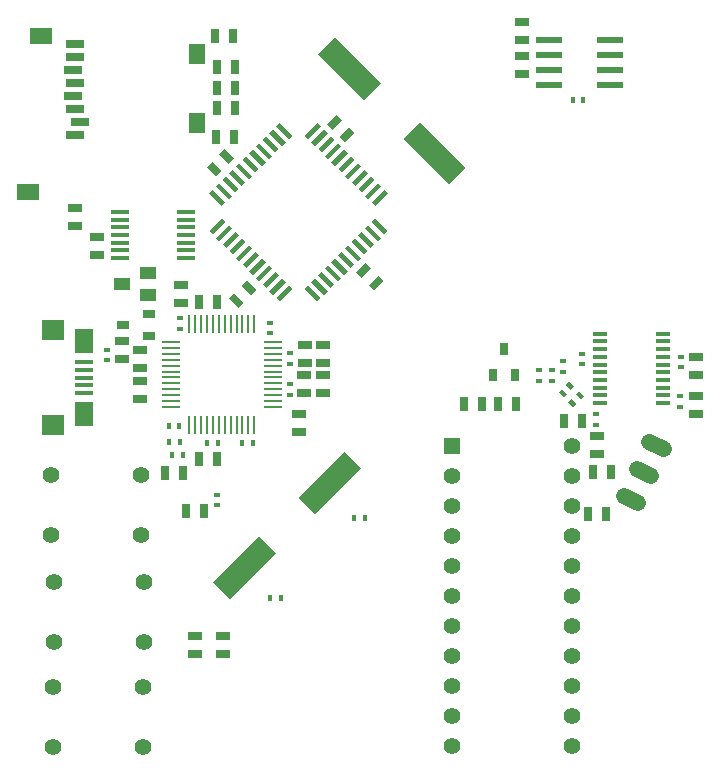
<source format=gts>
G04 (created by PCBNEW (2013-07-07 BZR 4022)-stable) date 6/4/2014 12:52:27 AM*
%MOIN*%
G04 Gerber Fmt 3.4, Leading zero omitted, Abs format*
%FSLAX34Y34*%
G01*
G70*
G90*
G04 APERTURE LIST*
%ADD10C,0.00590551*%
%ADD11R,0.061X0.0138*%
%ADD12R,0.05X0.016*%
%ADD13R,0.0394X0.0315*%
%ADD14R,0.045X0.025*%
%ADD15R,0.025X0.045*%
%ADD16R,0.0591X0.0295*%
%ADD17R,0.0748X0.0551*%
%ADD18R,0.0551X0.0709*%
%ADD19R,0.0551X0.0393*%
%ADD20R,0.0866X0.0236*%
%ADD21R,0.059X0.0098*%
%ADD22R,0.0098X0.059*%
%ADD23R,0.055X0.055*%
%ADD24C,0.055*%
%ADD25R,0.0236X0.0157*%
%ADD26R,0.0157X0.0236*%
%ADD27R,0.0315X0.0394*%
%ADD28C,0.052*%
%ADD29R,0.063X0.0157*%
%ADD30R,0.063X0.0827*%
%ADD31R,0.0748X0.0709*%
G04 APERTURE END LIST*
G54D10*
G54D11*
X35112Y-40838D03*
X35112Y-40582D03*
X35112Y-40326D03*
X35112Y-40070D03*
X35112Y-39814D03*
X35112Y-39558D03*
X35112Y-39302D03*
X32908Y-39302D03*
X32908Y-39558D03*
X32908Y-39814D03*
X32908Y-40070D03*
X32908Y-40326D03*
X32908Y-40582D03*
X32908Y-40838D03*
G54D10*
G36*
X37414Y-37982D02*
X36990Y-37558D01*
X37103Y-37445D01*
X37527Y-37869D01*
X37414Y-37982D01*
X37414Y-37982D01*
G37*
G36*
X37191Y-38205D02*
X36767Y-37781D01*
X36880Y-37668D01*
X37304Y-38092D01*
X37191Y-38205D01*
X37191Y-38205D01*
G37*
G36*
X36969Y-38428D02*
X36544Y-38003D01*
X36657Y-37890D01*
X37082Y-38315D01*
X36969Y-38428D01*
X36969Y-38428D01*
G37*
G36*
X36746Y-38650D02*
X36322Y-38226D01*
X36435Y-38113D01*
X36859Y-38537D01*
X36746Y-38650D01*
X36746Y-38650D01*
G37*
G36*
X36523Y-38873D02*
X36099Y-38449D01*
X36212Y-38336D01*
X36636Y-38760D01*
X36523Y-38873D01*
X36523Y-38873D01*
G37*
G36*
X36300Y-39096D02*
X35876Y-38672D01*
X35989Y-38559D01*
X36414Y-38983D01*
X36300Y-39096D01*
X36300Y-39096D01*
G37*
G36*
X37637Y-37759D02*
X37213Y-37335D01*
X37326Y-37222D01*
X37750Y-37646D01*
X37637Y-37759D01*
X37637Y-37759D01*
G37*
G36*
X37860Y-37537D02*
X37435Y-37112D01*
X37548Y-36999D01*
X37973Y-37424D01*
X37860Y-37537D01*
X37860Y-37537D01*
G37*
G36*
X38082Y-37314D02*
X37658Y-36890D01*
X37771Y-36777D01*
X38195Y-37201D01*
X38082Y-37314D01*
X38082Y-37314D01*
G37*
G36*
X38305Y-37091D02*
X37881Y-36667D01*
X37994Y-36554D01*
X38418Y-36978D01*
X38305Y-37091D01*
X38305Y-37091D01*
G37*
G36*
X38528Y-36869D02*
X38104Y-36444D01*
X38217Y-36331D01*
X38641Y-36755D01*
X38528Y-36869D01*
X38528Y-36869D01*
G37*
G36*
X40596Y-41164D02*
X40172Y-40740D01*
X40285Y-40627D01*
X40709Y-41051D01*
X40596Y-41164D01*
X40596Y-41164D01*
G37*
G36*
X40373Y-41387D02*
X39949Y-40963D01*
X40062Y-40850D01*
X40486Y-41274D01*
X40373Y-41387D01*
X40373Y-41387D01*
G37*
G36*
X40151Y-41610D02*
X39726Y-41185D01*
X39839Y-41072D01*
X40264Y-41497D01*
X40151Y-41610D01*
X40151Y-41610D01*
G37*
G36*
X39928Y-41832D02*
X39504Y-41408D01*
X39617Y-41295D01*
X40041Y-41719D01*
X39928Y-41832D01*
X39928Y-41832D01*
G37*
G36*
X39705Y-42055D02*
X39281Y-41631D01*
X39394Y-41518D01*
X39818Y-41942D01*
X39705Y-42055D01*
X39705Y-42055D01*
G37*
G36*
X39482Y-42278D02*
X39058Y-41854D01*
X39171Y-41740D01*
X39595Y-42165D01*
X39482Y-42278D01*
X39482Y-42278D01*
G37*
G36*
X40819Y-40941D02*
X40395Y-40517D01*
X40508Y-40404D01*
X40932Y-40828D01*
X40819Y-40941D01*
X40819Y-40941D01*
G37*
G36*
X41042Y-40719D02*
X40617Y-40294D01*
X40730Y-40181D01*
X41155Y-40606D01*
X41042Y-40719D01*
X41042Y-40719D01*
G37*
G36*
X41264Y-40496D02*
X40840Y-40072D01*
X40953Y-39959D01*
X41377Y-40383D01*
X41264Y-40496D01*
X41264Y-40496D01*
G37*
G36*
X41487Y-40273D02*
X41063Y-39849D01*
X41176Y-39736D01*
X41600Y-40160D01*
X41487Y-40273D01*
X41487Y-40273D01*
G37*
G36*
X41710Y-40050D02*
X41285Y-39626D01*
X41399Y-39513D01*
X41823Y-39937D01*
X41710Y-40050D01*
X41710Y-40050D01*
G37*
G36*
X37103Y-41164D02*
X36990Y-41051D01*
X37414Y-40627D01*
X37527Y-40740D01*
X37103Y-41164D01*
X37103Y-41164D01*
G37*
G36*
X40285Y-37982D02*
X40172Y-37869D01*
X40596Y-37445D01*
X40709Y-37558D01*
X40285Y-37982D01*
X40285Y-37982D01*
G37*
G36*
X37326Y-41387D02*
X37213Y-41274D01*
X37637Y-40850D01*
X37750Y-40963D01*
X37326Y-41387D01*
X37326Y-41387D01*
G37*
G36*
X40508Y-38205D02*
X40395Y-38092D01*
X40819Y-37668D01*
X40932Y-37781D01*
X40508Y-38205D01*
X40508Y-38205D01*
G37*
G36*
X40730Y-38428D02*
X40617Y-38315D01*
X41042Y-37890D01*
X41155Y-38003D01*
X40730Y-38428D01*
X40730Y-38428D01*
G37*
G36*
X37548Y-41610D02*
X37435Y-41497D01*
X37860Y-41072D01*
X37973Y-41185D01*
X37548Y-41610D01*
X37548Y-41610D01*
G37*
G36*
X37771Y-41832D02*
X37658Y-41719D01*
X38082Y-41295D01*
X38195Y-41408D01*
X37771Y-41832D01*
X37771Y-41832D01*
G37*
G36*
X40953Y-38650D02*
X40840Y-38537D01*
X41264Y-38113D01*
X41377Y-38226D01*
X40953Y-38650D01*
X40953Y-38650D01*
G37*
G36*
X41176Y-38873D02*
X41063Y-38760D01*
X41487Y-38336D01*
X41600Y-38449D01*
X41176Y-38873D01*
X41176Y-38873D01*
G37*
G36*
X37994Y-42055D02*
X37881Y-41942D01*
X38305Y-41518D01*
X38418Y-41631D01*
X37994Y-42055D01*
X37994Y-42055D01*
G37*
G36*
X38217Y-42278D02*
X38104Y-42165D01*
X38528Y-41740D01*
X38641Y-41854D01*
X38217Y-42278D01*
X38217Y-42278D01*
G37*
G36*
X41399Y-39096D02*
X41285Y-38983D01*
X41710Y-38559D01*
X41823Y-38672D01*
X41399Y-39096D01*
X41399Y-39096D01*
G37*
G36*
X40062Y-37759D02*
X39949Y-37646D01*
X40373Y-37222D01*
X40486Y-37335D01*
X40062Y-37759D01*
X40062Y-37759D01*
G37*
G36*
X36880Y-40941D02*
X36767Y-40828D01*
X37191Y-40404D01*
X37304Y-40517D01*
X36880Y-40941D01*
X36880Y-40941D01*
G37*
G36*
X36657Y-40719D02*
X36544Y-40606D01*
X36969Y-40181D01*
X37082Y-40294D01*
X36657Y-40719D01*
X36657Y-40719D01*
G37*
G36*
X39839Y-37537D02*
X39726Y-37424D01*
X40151Y-36999D01*
X40264Y-37112D01*
X39839Y-37537D01*
X39839Y-37537D01*
G37*
G36*
X39617Y-37314D02*
X39504Y-37201D01*
X39928Y-36777D01*
X40041Y-36890D01*
X39617Y-37314D01*
X39617Y-37314D01*
G37*
G36*
X36435Y-40496D02*
X36322Y-40383D01*
X36746Y-39959D01*
X36859Y-40072D01*
X36435Y-40496D01*
X36435Y-40496D01*
G37*
G36*
X36212Y-40273D02*
X36099Y-40160D01*
X36523Y-39736D01*
X36636Y-39849D01*
X36212Y-40273D01*
X36212Y-40273D01*
G37*
G36*
X39394Y-37091D02*
X39281Y-36978D01*
X39705Y-36554D01*
X39818Y-36667D01*
X39394Y-37091D01*
X39394Y-37091D01*
G37*
G36*
X39171Y-36869D02*
X39058Y-36755D01*
X39482Y-36331D01*
X39595Y-36444D01*
X39171Y-36869D01*
X39171Y-36869D01*
G37*
G36*
X35989Y-40050D02*
X35876Y-39937D01*
X36300Y-39513D01*
X36414Y-39626D01*
X35989Y-40050D01*
X35989Y-40050D01*
G37*
G54D12*
X51010Y-45666D03*
X51010Y-45416D03*
X51010Y-45156D03*
X51010Y-44896D03*
X51010Y-44646D03*
X51010Y-44386D03*
X51010Y-44126D03*
X51010Y-43876D03*
X51010Y-43616D03*
X51010Y-43366D03*
X48910Y-43366D03*
X48910Y-43616D03*
X48910Y-43876D03*
X48910Y-44126D03*
X48910Y-44386D03*
X48910Y-44646D03*
X48910Y-44896D03*
X48910Y-45156D03*
X48910Y-45416D03*
X48910Y-45666D03*
G54D13*
X33007Y-43064D03*
X33873Y-42689D03*
X33873Y-43439D03*
G54D14*
X36340Y-53420D03*
X36340Y-54020D03*
X46291Y-33565D03*
X46291Y-32965D03*
G54D15*
X35084Y-49276D03*
X35684Y-49276D03*
G54D14*
X46287Y-34103D03*
X46287Y-34703D03*
X34924Y-41730D03*
X34924Y-42330D03*
X35400Y-53420D03*
X35400Y-54020D03*
G54D15*
X36730Y-35160D03*
X36130Y-35160D03*
X36120Y-34460D03*
X36720Y-34460D03*
X36672Y-33446D03*
X36072Y-33446D03*
X36720Y-35850D03*
X36120Y-35850D03*
X36686Y-36814D03*
X36086Y-36814D03*
G54D14*
X31410Y-39766D03*
X31410Y-39166D03*
X38870Y-46042D03*
X38870Y-46642D03*
X32130Y-40128D03*
X32130Y-40728D03*
G54D10*
G36*
X40778Y-41316D02*
X41096Y-40998D01*
X41273Y-41175D01*
X40955Y-41493D01*
X40778Y-41316D01*
X40778Y-41316D01*
G37*
G36*
X41202Y-41740D02*
X41520Y-41422D01*
X41697Y-41599D01*
X41379Y-41917D01*
X41202Y-41740D01*
X41202Y-41740D01*
G37*
G36*
X40719Y-36661D02*
X40401Y-36979D01*
X40224Y-36802D01*
X40542Y-36484D01*
X40719Y-36661D01*
X40719Y-36661D01*
G37*
G36*
X40295Y-36237D02*
X39977Y-36555D01*
X39800Y-36378D01*
X40118Y-36060D01*
X40295Y-36237D01*
X40295Y-36237D01*
G37*
G36*
X36389Y-37196D02*
X36707Y-37514D01*
X36530Y-37691D01*
X36212Y-37373D01*
X36389Y-37196D01*
X36389Y-37196D01*
G37*
G36*
X35965Y-37620D02*
X36283Y-37938D01*
X36106Y-38115D01*
X35788Y-37797D01*
X35965Y-37620D01*
X35965Y-37620D01*
G37*
G54D15*
X46084Y-45694D03*
X45484Y-45694D03*
G54D14*
X52084Y-45430D03*
X52084Y-46030D03*
X52100Y-44122D03*
X52100Y-44722D03*
G54D15*
X36118Y-42290D03*
X35518Y-42290D03*
X34986Y-48010D03*
X34386Y-48010D03*
G54D14*
X39044Y-45344D03*
X39044Y-44744D03*
X39058Y-44323D03*
X39058Y-43723D03*
G54D15*
X35528Y-47530D03*
X36128Y-47530D03*
G54D10*
G36*
X37131Y-41580D02*
X37449Y-41898D01*
X37272Y-42075D01*
X36954Y-41757D01*
X37131Y-41580D01*
X37131Y-41580D01*
G37*
G36*
X36707Y-42004D02*
X37025Y-42322D01*
X36848Y-42499D01*
X36530Y-42181D01*
X36707Y-42004D01*
X36707Y-42004D01*
G37*
G54D14*
X33562Y-45530D03*
X33562Y-44930D03*
X33562Y-43908D03*
X33562Y-44508D03*
X32958Y-44202D03*
X32958Y-43602D03*
X39678Y-44752D03*
X39678Y-45352D03*
X39682Y-43724D03*
X39682Y-44324D03*
G54D16*
X31400Y-34142D03*
X31400Y-33709D03*
X31321Y-34575D03*
X31400Y-35008D03*
X31400Y-36740D03*
X31557Y-36307D03*
X31400Y-35874D03*
X31321Y-35441D03*
G54D17*
X30278Y-33433D03*
X29845Y-38649D03*
G54D18*
X35455Y-34043D03*
X35455Y-36327D03*
G54D19*
X33845Y-42080D03*
X33845Y-41332D03*
X32979Y-41706D03*
G54D20*
X49241Y-35081D03*
X49241Y-34581D03*
X49241Y-34081D03*
X49241Y-33581D03*
X47195Y-33581D03*
X47195Y-34081D03*
X47195Y-34581D03*
X47195Y-35081D03*
G54D21*
X37983Y-45803D03*
X37983Y-45606D03*
X37983Y-45409D03*
X37983Y-45213D03*
X37983Y-45016D03*
X37983Y-44819D03*
X37983Y-44623D03*
X37983Y-44426D03*
X37983Y-44229D03*
X37983Y-44033D03*
X37983Y-43836D03*
X37983Y-43639D03*
G54D22*
X37373Y-43029D03*
X37176Y-43029D03*
X36979Y-43029D03*
X36783Y-43029D03*
X36586Y-43029D03*
X36389Y-43029D03*
X36193Y-43029D03*
X35996Y-43029D03*
X35799Y-43029D03*
X35603Y-43029D03*
X35406Y-43029D03*
X35209Y-43029D03*
G54D21*
X34599Y-43639D03*
X34599Y-43836D03*
X34599Y-44033D03*
X34599Y-44229D03*
X34599Y-44426D03*
X34599Y-44623D03*
X34599Y-44819D03*
X34599Y-45016D03*
X34599Y-45213D03*
X34599Y-45409D03*
X34599Y-45606D03*
X34599Y-45803D03*
G54D22*
X35209Y-46413D03*
X35406Y-46413D03*
X35603Y-46413D03*
X35799Y-46413D03*
X35996Y-46413D03*
X36193Y-46413D03*
X36389Y-46413D03*
X36586Y-46413D03*
X36783Y-46413D03*
X36979Y-46413D03*
X37176Y-46413D03*
X37373Y-46413D03*
G54D23*
X43960Y-47110D03*
G54D24*
X43960Y-48110D03*
X43960Y-49110D03*
X43960Y-50110D03*
X43960Y-51110D03*
X43960Y-52110D03*
X43960Y-53110D03*
X43960Y-54110D03*
X43960Y-55110D03*
X43960Y-56110D03*
X43960Y-57110D03*
X47960Y-57110D03*
X47960Y-56110D03*
X47960Y-55110D03*
X47960Y-54110D03*
X47960Y-53110D03*
X47960Y-52110D03*
X47960Y-51110D03*
X47960Y-50110D03*
X47960Y-49110D03*
X47960Y-48110D03*
X47960Y-47110D03*
G54D10*
G36*
X39512Y-34024D02*
X40068Y-33468D01*
X41599Y-34998D01*
X41042Y-35555D01*
X39512Y-34024D01*
X39512Y-34024D01*
G37*
G36*
X42340Y-36853D02*
X42897Y-36296D01*
X44427Y-37827D01*
X43871Y-38383D01*
X42340Y-36853D01*
X42340Y-36853D01*
G37*
G36*
X36558Y-52208D02*
X36002Y-51652D01*
X37532Y-50121D01*
X38089Y-50678D01*
X36558Y-52208D01*
X36558Y-52208D01*
G37*
G36*
X39387Y-49380D02*
X38830Y-48823D01*
X40361Y-47293D01*
X40917Y-47849D01*
X39387Y-49380D01*
X39387Y-49380D01*
G37*
G54D25*
X47310Y-44937D03*
X47310Y-44583D03*
X51602Y-44121D03*
X51602Y-44475D03*
X51550Y-45433D03*
X51550Y-45787D03*
X48298Y-44031D03*
X48298Y-44385D03*
X46860Y-44937D03*
X46860Y-44583D03*
X47676Y-44275D03*
X47676Y-44629D03*
G54D10*
G36*
X47882Y-44945D02*
X48049Y-45112D01*
X47938Y-45223D01*
X47771Y-45056D01*
X47882Y-44945D01*
X47882Y-44945D01*
G37*
G36*
X47631Y-45196D02*
X47798Y-45363D01*
X47687Y-45474D01*
X47520Y-45307D01*
X47631Y-45196D01*
X47631Y-45196D01*
G37*
G36*
X48207Y-45270D02*
X48374Y-45437D01*
X48263Y-45548D01*
X48096Y-45381D01*
X48207Y-45270D01*
X48207Y-45270D01*
G37*
G36*
X47956Y-45521D02*
X48123Y-45688D01*
X48012Y-45799D01*
X47845Y-45632D01*
X47956Y-45521D01*
X47956Y-45521D01*
G37*
G54D25*
X32482Y-44251D03*
X32482Y-43897D03*
G54D26*
X41067Y-49500D03*
X40713Y-49500D03*
X38262Y-52185D03*
X37908Y-52185D03*
G54D25*
X34893Y-42836D03*
X34893Y-43190D03*
G54D26*
X36979Y-47016D03*
X37333Y-47016D03*
G54D25*
X37888Y-43345D03*
X37888Y-42991D03*
G54D26*
X34888Y-46956D03*
X34534Y-46956D03*
X34988Y-47395D03*
X34634Y-47395D03*
G54D25*
X38563Y-44370D03*
X38563Y-44016D03*
G54D26*
X47986Y-35577D03*
X48340Y-35577D03*
G54D25*
X38566Y-45401D03*
X38566Y-45047D03*
X36118Y-48723D03*
X36118Y-49077D03*
G54D26*
X34524Y-46421D03*
X34878Y-46421D03*
X36155Y-47006D03*
X35801Y-47006D03*
G54D27*
X45702Y-43875D03*
X46077Y-44741D03*
X45327Y-44741D03*
G54D25*
X48778Y-46032D03*
X48778Y-46386D03*
G54D15*
X48660Y-47985D03*
X49260Y-47985D03*
X47710Y-46285D03*
X48310Y-46285D03*
X48510Y-49360D03*
X49110Y-49360D03*
G54D14*
X48785Y-47360D03*
X48785Y-46760D03*
G54D28*
X51018Y-47188D02*
X50546Y-46968D01*
X50595Y-48094D02*
X50124Y-47875D01*
X50173Y-49001D02*
X49701Y-48781D01*
G54D29*
X31686Y-44822D03*
X31686Y-44310D03*
X31686Y-44566D03*
X31686Y-45078D03*
X31686Y-45334D03*
G54D30*
X31686Y-43602D03*
X31686Y-46042D03*
G54D31*
X30682Y-43247D03*
X30682Y-46397D03*
G54D24*
X30598Y-50082D03*
X30598Y-48082D03*
X33598Y-50082D03*
X33598Y-48082D03*
X33686Y-51624D03*
X33686Y-53624D03*
X30686Y-51624D03*
X30686Y-53624D03*
X33660Y-55146D03*
X33660Y-57146D03*
X30660Y-55146D03*
X30660Y-57146D03*
G54D15*
X44368Y-45704D03*
X44968Y-45704D03*
M02*

</source>
